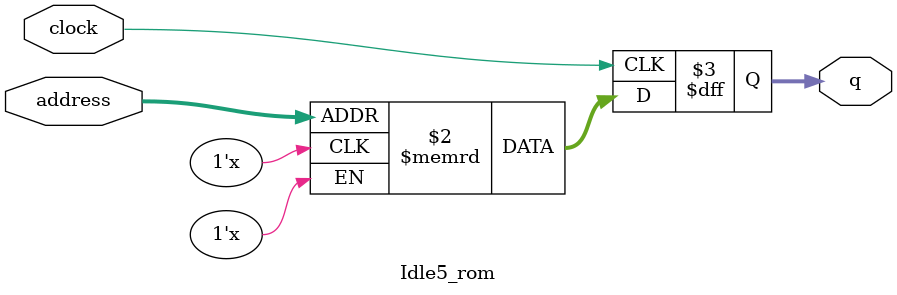
<source format=sv>
module Idle5_rom (
	input logic clock,
	input logic [12:0] address,
	output logic [2:0] q
);

logic [2:0] memory [0:5399] /* synthesis ram_init_file = "./Idle5/Idle5.mif" */;

always_ff @ (posedge clock) begin
	q <= memory[address];
end

endmodule

</source>
